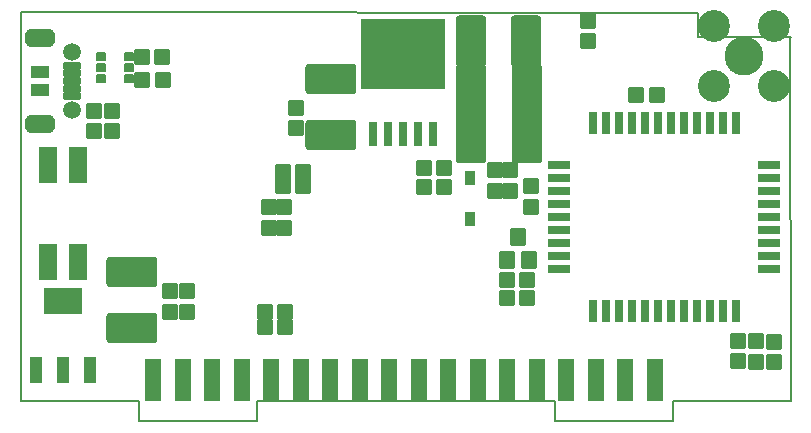
<source format=gbr>
G04 PROTEUS RS274X GERBER FILE*
%FSLAX45Y45*%
%MOMM*%
G01*
%AMPPAD053*
4,1,48,
1.016000,-2.159000,
-1.016000,-2.159000,
-1.042400,-2.157720,
-1.067930,-2.153950,
-1.092490,-2.147800,
-1.138220,-2.128870,
-1.178650,-2.101840,
-1.212840,-2.067640,
-1.239860,-2.027220,
-1.258800,-1.981490,
-1.264950,-1.956930,
-1.268720,-1.931400,
-1.270000,-1.905000,
-1.270000,1.905000,
-1.268720,1.931400,
-1.264950,1.956930,
-1.258800,1.981490,
-1.239860,2.027220,
-1.212840,2.067640,
-1.178650,2.101840,
-1.138220,2.128870,
-1.092490,2.147800,
-1.067930,2.153950,
-1.042400,2.157720,
-1.016000,2.159000,
1.016000,2.159000,
1.042400,2.157720,
1.067930,2.153950,
1.092490,2.147800,
1.138220,2.128870,
1.178650,2.101840,
1.212840,2.067640,
1.239860,2.027220,
1.258800,1.981490,
1.264950,1.956930,
1.268720,1.931400,
1.270000,1.905000,
1.270000,-1.905000,
1.268720,-1.931400,
1.264950,-1.956930,
1.258800,-1.981490,
1.239860,-2.027220,
1.212840,-2.067640,
1.178650,-2.101840,
1.138220,-2.128870,
1.092490,-2.147800,
1.067930,-2.153950,
1.042400,-2.157720,
1.016000,-2.159000,
0*%
%ADD59PPAD053*%
%ADD60C,3.302000*%
%ADD61C,2.708000*%
%AMPPAD056*
4,1,4,
-0.380000,1.000000,
0.380000,1.000000,
0.380000,-1.000000,
-0.380000,-1.000000,
-0.380000,1.000000,
0*%
%ADD62PPAD056*%
%AMPPAD057*
4,1,4,
-3.550000,2.925000,
3.550000,2.925000,
3.550000,-2.925000,
-3.550000,-2.925000,
-3.550000,2.925000,
0*%
%ADD63PPAD057*%
%AMPPAD058*
4,1,4,
-0.300000,-0.900000,
-0.300000,0.900000,
0.300000,0.900000,
0.300000,-0.900000,
-0.300000,-0.900000,
0*%
%ADD64PPAD058*%
%AMPPAD059*
4,1,4,
-0.900000,-0.300000,
-0.900000,0.300000,
0.900000,0.300000,
0.900000,-0.300000,
-0.900000,-0.300000,
0*%
%ADD65PPAD059*%
%AMPPAD060*
4,1,4,
0.469900,-1.079500,
-0.469900,-1.079500,
-0.469900,1.079500,
0.469900,1.079500,
0.469900,-1.079500,
0*%
%ADD66PPAD060*%
%AMPPAD061*
4,1,4,
-1.625600,-1.079500,
-1.625600,1.079500,
1.625600,1.079500,
1.625600,-1.079500,
-1.625600,-1.079500,
0*%
%ADD67PPAD061*%
%AMPPAD062*
4,1,4,
0.400000,0.575000,
0.400000,-0.575000,
-0.400000,-0.575000,
-0.400000,0.575000,
0.400000,0.575000,
0*%
%ADD68PPAD062*%
%AMPPAD063*
4,1,4,
-0.698500,1.752600,
0.698500,1.752600,
0.698500,-1.752600,
-0.698500,-1.752600,
-0.698500,1.752600,
0*%
%ADD69PPAD063*%
%AMPPAD064*
4,1,48,
-2.159000,-1.016000,
-2.159000,1.016000,
-2.157720,1.042400,
-2.153950,1.067930,
-2.147800,1.092490,
-2.128870,1.138220,
-2.101840,1.178650,
-2.067640,1.212840,
-2.027220,1.239860,
-1.981490,1.258800,
-1.956930,1.264950,
-1.931400,1.268720,
-1.905000,1.270000,
1.905000,1.270000,
1.931400,1.268720,
1.956930,1.264950,
1.981490,1.258800,
2.027220,1.239860,
2.067640,1.212840,
2.101840,1.178650,
2.128870,1.138220,
2.147800,1.092490,
2.153950,1.067930,
2.157720,1.042400,
2.159000,1.016000,
2.159000,-1.016000,
2.157720,-1.042400,
2.153950,-1.067930,
2.147800,-1.092490,
2.128870,-1.138220,
2.101840,-1.178650,
2.067640,-1.212840,
2.027220,-1.239860,
1.981490,-1.258800,
1.956930,-1.264950,
1.931400,-1.268720,
1.905000,-1.270000,
-1.905000,-1.270000,
-1.931400,-1.268720,
-1.956930,-1.264950,
-1.981490,-1.258800,
-2.027220,-1.239860,
-2.067640,-1.212840,
-2.101840,-1.178650,
-2.128870,-1.138220,
-2.147800,-1.092490,
-2.153950,-1.067930,
-2.157720,-1.042400,
-2.159000,-1.016000,
0*%
%ADD74PPAD064*%
%AMPPAD065*
4,1,36,
-0.752000,-0.200000,
-0.752000,0.200000,
-0.749470,0.225970,
-0.742200,0.249980,
-0.730650,0.271580,
-0.715290,0.290290,
-0.696570,0.305650,
-0.674980,0.317200,
-0.650970,0.324470,
-0.625000,0.327000,
0.625000,0.327000,
0.650970,0.324470,
0.674980,0.317200,
0.696570,0.305650,
0.715290,0.290290,
0.730650,0.271580,
0.742200,0.249980,
0.749470,0.225970,
0.752000,0.200000,
0.752000,-0.200000,
0.749470,-0.225970,
0.742200,-0.249980,
0.730650,-0.271580,
0.715290,-0.290290,
0.696570,-0.305650,
0.674980,-0.317200,
0.650970,-0.324470,
0.625000,-0.327000,
-0.625000,-0.327000,
-0.650970,-0.324470,
-0.674980,-0.317200,
-0.696570,-0.305650,
-0.715290,-0.290290,
-0.730650,-0.271580,
-0.742200,-0.249980,
-0.749470,-0.225970,
-0.752000,-0.200000,
0*%
%ADD75PPAD065*%
%ADD76C,1.504000*%
%AMPPAD067*
4,1,36,
0.675000,-0.527000,
-0.675000,-0.527000,
-0.700970,-0.524470,
-0.724980,-0.517200,
-0.746580,-0.505650,
-0.765290,-0.490290,
-0.780650,-0.471570,
-0.792200,-0.449980,
-0.799470,-0.425970,
-0.802000,-0.400000,
-0.802000,0.400000,
-0.799470,0.425970,
-0.792200,0.449980,
-0.780650,0.471570,
-0.765290,0.490290,
-0.746580,0.505650,
-0.724980,0.517200,
-0.700970,0.524470,
-0.675000,0.527000,
0.675000,0.527000,
0.700970,0.524470,
0.724980,0.517200,
0.746580,0.505650,
0.765290,0.490290,
0.780650,0.471570,
0.792200,0.449980,
0.799470,0.425970,
0.802000,0.400000,
0.802000,-0.400000,
0.799470,-0.425970,
0.792200,-0.449980,
0.780650,-0.471570,
0.765290,-0.490290,
0.746580,-0.505650,
0.724980,-0.517200,
0.700970,-0.524470,
0.675000,-0.527000,
0*%
%ADD77PPAD067*%
%AMPPAD068*
4,1,36,
-1.277000,-0.167400,
-1.277000,0.167400,
-1.264870,0.292040,
-1.229970,0.407310,
-1.174530,0.510970,
-1.100790,0.600790,
-1.010970,0.674530,
-0.907310,0.729970,
-0.792040,0.764870,
-0.667400,0.777000,
0.667400,0.777000,
0.792040,0.764870,
0.907310,0.729970,
1.010970,0.674530,
1.100790,0.600790,
1.174530,0.510970,
1.229970,0.407310,
1.264870,0.292040,
1.277000,0.167400,
1.277000,-0.167400,
1.264870,-0.292040,
1.229970,-0.407310,
1.174530,-0.510970,
1.100790,-0.600790,
1.010970,-0.674530,
0.907310,-0.729970,
0.792040,-0.764870,
0.667400,-0.777000,
-0.667400,-0.777000,
-0.792040,-0.764870,
-0.907310,-0.729970,
-1.010970,-0.674530,
-1.100790,-0.600790,
-1.174530,-0.510970,
-1.229970,-0.407310,
-1.264870,-0.292040,
-1.277000,-0.167400,
0*%
%ADD78PPAD068*%
%AMPPAD069*
4,1,36,
-0.444500,-0.254000,
-0.444500,0.254000,
-0.441970,0.279970,
-0.434700,0.303980,
-0.423150,0.325580,
-0.407790,0.344290,
-0.389070,0.359650,
-0.367480,0.371200,
-0.343470,0.378470,
-0.317500,0.381000,
0.317500,0.381000,
0.343470,0.378470,
0.367480,0.371200,
0.389070,0.359650,
0.407790,0.344290,
0.423150,0.325580,
0.434700,0.303980,
0.441970,0.279970,
0.444500,0.254000,
0.444500,-0.254000,
0.441970,-0.279970,
0.434700,-0.303980,
0.423150,-0.325580,
0.407790,-0.344290,
0.389070,-0.359650,
0.367480,-0.371200,
0.343470,-0.378470,
0.317500,-0.381000,
-0.317500,-0.381000,
-0.343470,-0.378470,
-0.367480,-0.371200,
-0.389070,-0.359650,
-0.407790,-0.344290,
-0.423150,-0.325580,
-0.434700,-0.303980,
-0.441970,-0.279970,
-0.444500,-0.254000,
0*%
%ADD79PPAD069*%
%AMPPAD070*
4,1,48,
0.444500,-0.698500,
-0.444500,-0.698500,
-0.470900,-0.697220,
-0.496430,-0.693450,
-0.520990,-0.687300,
-0.566720,-0.668370,
-0.607150,-0.641340,
-0.641340,-0.607140,
-0.668360,-0.566720,
-0.687300,-0.520990,
-0.693450,-0.496430,
-0.697220,-0.470900,
-0.698500,-0.444500,
-0.698500,0.444500,
-0.697220,0.470900,
-0.693450,0.496430,
-0.687300,0.520990,
-0.668360,0.566720,
-0.641340,0.607140,
-0.607150,0.641340,
-0.566720,0.668370,
-0.520990,0.687300,
-0.496430,0.693450,
-0.470900,0.697220,
-0.444500,0.698500,
0.444500,0.698500,
0.470900,0.697220,
0.496430,0.693450,
0.520990,0.687300,
0.566720,0.668370,
0.607150,0.641340,
0.641340,0.607140,
0.668360,0.566720,
0.687300,0.520990,
0.693450,0.496430,
0.697220,0.470900,
0.698500,0.444500,
0.698500,-0.444500,
0.697220,-0.470900,
0.693450,-0.496430,
0.687300,-0.520990,
0.668360,-0.566720,
0.641340,-0.607140,
0.607150,-0.641340,
0.566720,-0.668370,
0.520990,-0.687300,
0.496430,-0.693450,
0.470900,-0.697220,
0.444500,-0.698500,
0*%
%ADD80PPAD070*%
%AMPPAD071*
4,1,48,
0.698500,0.444500,
0.698500,-0.444500,
0.697220,-0.470900,
0.693450,-0.496430,
0.687300,-0.520990,
0.668370,-0.566720,
0.641340,-0.607150,
0.607140,-0.641340,
0.566720,-0.668360,
0.520990,-0.687300,
0.496430,-0.693450,
0.470900,-0.697220,
0.444500,-0.698500,
-0.444500,-0.698500,
-0.470900,-0.697220,
-0.496430,-0.693450,
-0.520990,-0.687300,
-0.566720,-0.668360,
-0.607140,-0.641340,
-0.641340,-0.607150,
-0.668370,-0.566720,
-0.687300,-0.520990,
-0.693450,-0.496430,
-0.697220,-0.470900,
-0.698500,-0.444500,
-0.698500,0.444500,
-0.697220,0.470900,
-0.693450,0.496430,
-0.687300,0.520990,
-0.668370,0.566720,
-0.641340,0.607150,
-0.607140,0.641340,
-0.566720,0.668360,
-0.520990,0.687300,
-0.496430,0.693450,
-0.470900,0.697220,
-0.444500,0.698500,
0.444500,0.698500,
0.470900,0.697220,
0.496430,0.693450,
0.520990,0.687300,
0.566720,0.668360,
0.607140,0.641340,
0.641340,0.607150,
0.668370,0.566720,
0.687300,0.520990,
0.693450,0.496430,
0.697220,0.470900,
0.698500,0.444500,
0*%
%ADD81PPAD071*%
%AMPPAD072*
4,1,48,
0.444500,-0.762000,
-0.444500,-0.762000,
-0.470900,-0.760720,
-0.496430,-0.756950,
-0.520990,-0.750800,
-0.566720,-0.731870,
-0.607150,-0.704840,
-0.641340,-0.670640,
-0.668360,-0.630220,
-0.687300,-0.584490,
-0.693450,-0.559930,
-0.697220,-0.534400,
-0.698500,-0.508000,
-0.698500,0.508000,
-0.697220,0.534400,
-0.693450,0.559930,
-0.687300,0.584490,
-0.668360,0.630220,
-0.641340,0.670640,
-0.607150,0.704840,
-0.566720,0.731870,
-0.520990,0.750800,
-0.496430,0.756950,
-0.470900,0.760720,
-0.444500,0.762000,
0.444500,0.762000,
0.470900,0.760720,
0.496430,0.756950,
0.520990,0.750800,
0.566720,0.731870,
0.607150,0.704840,
0.641340,0.670640,
0.668360,0.630220,
0.687300,0.584490,
0.693450,0.559930,
0.697220,0.534400,
0.698500,0.508000,
0.698500,-0.508000,
0.697220,-0.534400,
0.693450,-0.559930,
0.687300,-0.584490,
0.668360,-0.630220,
0.641340,-0.670640,
0.607150,-0.704840,
0.566720,-0.731870,
0.520990,-0.750800,
0.496430,-0.756950,
0.470900,-0.760720,
0.444500,-0.762000,
0*%
%ADD82PPAD072*%
%AMPPAD073*
4,1,4,
0.800100,-1.498600,
-0.800100,-1.498600,
-0.800100,1.498600,
0.800100,1.498600,
0.800100,-1.498600,
0*%
%ADD83PPAD073*%
%ADD42C,0.203200*%
D59*
X+4627760Y-1000380D03*
X+5100200Y-1000380D03*
D60*
X+6943100Y-1126540D03*
D61*
X+6689100Y-1380540D03*
X+7197100Y-1380540D03*
X+7197100Y-872540D03*
X+6689100Y-872540D03*
D62*
X+3805580Y-1788220D03*
X+3932580Y-1788220D03*
X+4059580Y-1788220D03*
X+4186580Y-1788220D03*
X+4313580Y-1788220D03*
D63*
X+4059580Y-1110220D03*
D64*
X+5662160Y-3281200D03*
X+5772160Y-3281200D03*
X+5882160Y-3281200D03*
X+5992160Y-3281200D03*
X+6102160Y-3281200D03*
X+6212160Y-3281200D03*
X+6322160Y-3281200D03*
X+6432160Y-3281200D03*
X+6542160Y-3281200D03*
X+6652160Y-3281200D03*
X+6762160Y-3281200D03*
X+6872160Y-3281200D03*
D65*
X+7157160Y-2926200D03*
X+7157160Y-2816200D03*
X+7157160Y-2706200D03*
X+7157160Y-2596200D03*
X+7157160Y-2486200D03*
X+7157160Y-2376200D03*
X+7157160Y-2266200D03*
X+7157160Y-2156200D03*
X+7157160Y-2046200D03*
D64*
X+6872160Y-1691200D03*
X+6762160Y-1691200D03*
X+6652160Y-1691200D03*
X+6542160Y-1691200D03*
X+6432160Y-1691200D03*
X+6322160Y-1691200D03*
X+6212160Y-1691200D03*
X+6102160Y-1691200D03*
X+5992160Y-1691200D03*
X+5882160Y-1691200D03*
X+5772160Y-1691200D03*
X+5662160Y-1691200D03*
D65*
X+5377160Y-2046200D03*
X+5377160Y-2156200D03*
X+5377160Y-2266200D03*
X+5377160Y-2376200D03*
X+5377160Y-2486200D03*
X+5377160Y-2596200D03*
X+5377160Y-2706200D03*
X+5377160Y-2816200D03*
X+5377160Y-2926200D03*
D66*
X+950000Y-3780000D03*
X+1180000Y-3780000D03*
X+1410000Y-3780000D03*
D67*
X+1180000Y-3200000D03*
D68*
X+4624820Y-2158040D03*
X+4624820Y-2508040D03*
D59*
X+4629400Y-1411720D03*
X+5101840Y-1411720D03*
D69*
X+1940000Y-3870000D03*
X+2190000Y-3870000D03*
X+2440000Y-3870000D03*
X+2690000Y-3870000D03*
X+2940000Y-3870000D03*
X+3190000Y-3870000D03*
X+3440000Y-3870000D03*
X+3690000Y-3870000D03*
X+3940000Y-3870000D03*
X+4190000Y-3870000D03*
X+4440000Y-3870000D03*
X+4690000Y-3870000D03*
X+4940000Y-3870000D03*
X+5190000Y-3870000D03*
X+5440000Y-3870000D03*
X+5690000Y-3870000D03*
X+5940000Y-3870000D03*
X+6190000Y-3870000D03*
D59*
X+4630260Y-1820100D03*
X+5102700Y-1820100D03*
D74*
X+1757680Y-2951480D03*
X+1757680Y-3423920D03*
D75*
X+1249920Y-1466660D03*
X+1249920Y-1401580D03*
X+1249920Y-1336500D03*
X+1249920Y-1271420D03*
X+1249920Y-1205660D03*
D76*
X+1249920Y-1581580D03*
X+1249920Y-1091580D03*
D77*
X+981920Y-1416500D03*
X+981920Y-1256500D03*
D78*
X+980680Y-1697180D03*
X+980680Y-973280D03*
D79*
X+1738280Y-1322740D03*
X+1738280Y-1228760D03*
X+1738280Y-1132240D03*
X+1499520Y-1132240D03*
X+1499520Y-1226220D03*
X+1499520Y-1322740D03*
D80*
X+2021280Y-1331300D03*
X+1848560Y-1331300D03*
X+2016360Y-1136220D03*
X+1843640Y-1136220D03*
X+4232113Y-2073729D03*
X+4404833Y-2073729D03*
X+4403420Y-2234580D03*
X+4230700Y-2234580D03*
D81*
X+7199620Y-3544520D03*
X+7199620Y-3717240D03*
X+6894760Y-3536020D03*
X+6894760Y-3708740D03*
X+7047240Y-3539540D03*
X+7047240Y-3712260D03*
D80*
X+6203900Y-1456700D03*
X+6031180Y-1456700D03*
D81*
X+5619700Y-824240D03*
X+5619700Y-996960D03*
D82*
X+5030580Y-2660640D03*
X+4936600Y-2851140D03*
X+5124560Y-2851140D03*
D80*
X+4936600Y-3023860D03*
X+5109320Y-3023860D03*
X+4936600Y-3176260D03*
X+5109320Y-3176260D03*
D81*
X+4961900Y-2264460D03*
X+4961900Y-2091740D03*
X+4832360Y-2264460D03*
X+4832360Y-2091740D03*
X+5137100Y-2228860D03*
X+5137100Y-2401580D03*
D74*
X+3442960Y-1794460D03*
X+3442960Y-1322020D03*
D81*
X+2084020Y-3115320D03*
X+2084020Y-3288040D03*
X+2228800Y-3115320D03*
X+2228800Y-3288040D03*
D80*
X+3061280Y-3295500D03*
X+2888560Y-3295500D03*
X+3061160Y-3422600D03*
X+2888440Y-3422600D03*
D81*
X+3148280Y-1733560D03*
X+3148280Y-1560840D03*
X+3051760Y-2579380D03*
X+3051760Y-2406660D03*
X+2922220Y-2579380D03*
X+2922220Y-2406660D03*
D80*
X+3209340Y-2106920D03*
X+3036620Y-2106920D03*
X+3211780Y-2221240D03*
X+3039060Y-2221240D03*
D83*
X+1052051Y-2870000D03*
X+1306051Y-2870000D03*
X+1306051Y-2048000D03*
X+1052051Y-2048000D03*
D81*
X+1440000Y-1587280D03*
X+1440000Y-1760000D03*
X+1590000Y-1590000D03*
X+1590000Y-1762720D03*
D42*
X+818980Y-4046380D02*
X+818980Y-756380D01*
X+7338980Y-4046380D02*
X+7336440Y-966720D01*
X+817880Y-754380D02*
X+6554000Y-756920D01*
X+1818640Y-4046220D02*
X+1818640Y-4216700D01*
X+1818640Y-4218940D02*
X+2016760Y-4218940D01*
X+1818640Y-4218940D02*
X+2817020Y-4218940D01*
X+2817460Y-4047860D02*
X+2817460Y-4218340D01*
X+2816860Y-4046220D02*
X+5341620Y-4046220D01*
X+1818640Y-4046220D02*
X+817880Y-4046220D01*
X+5341620Y-4218940D02*
X+5341620Y-4046220D01*
X+6339840Y-4046220D02*
X+7338060Y-4046220D01*
X+6339840Y-4218940D02*
X+6339840Y-4046220D01*
X+5341620Y-4218940D02*
X+6339840Y-4218940D01*
X+6554000Y-756920D02*
X+6554000Y-967260D01*
X+7338060Y-967260D01*
M02*

</source>
